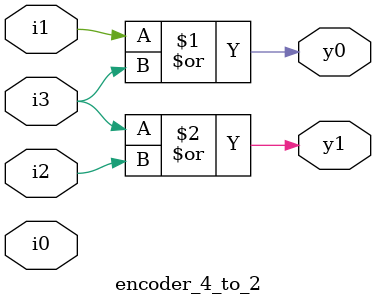
<source format=v>
`timescale 1ns / 1ps


module encoder_4_to_2(input i3,i2,i1,i0,output y1,y0);
or O1(y0,i1,i3);
or O2(y1,i3,i2);
endmodule

</source>
